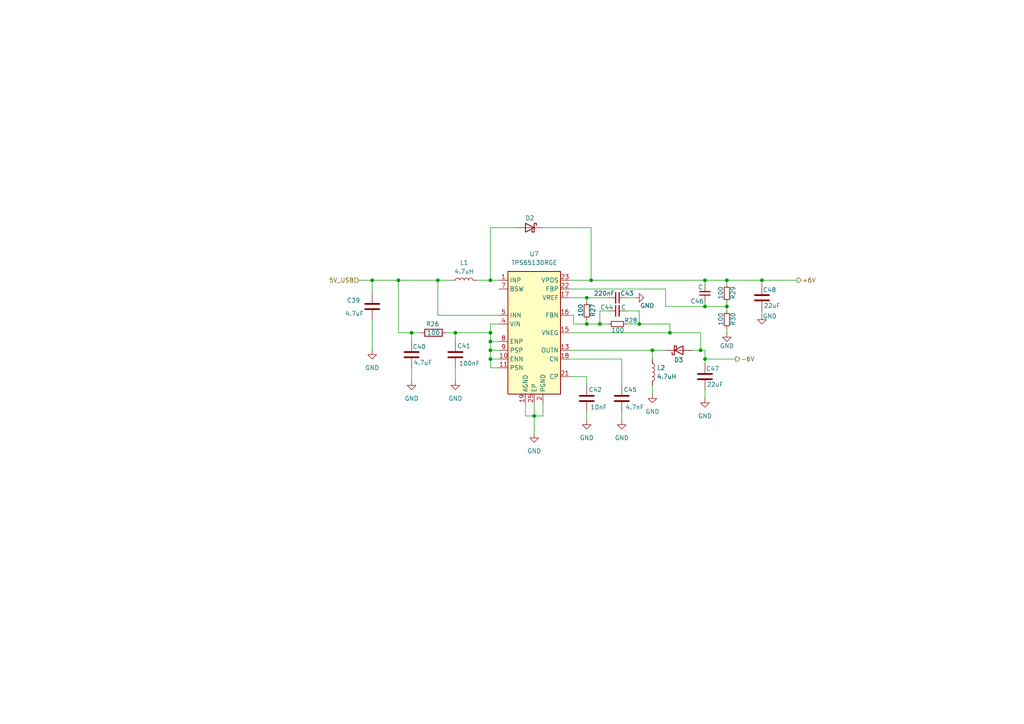
<source format=kicad_sch>
(kicad_sch (version 20231120) (generator "eeschema") (generator_version "8.0")
  (paper "A4")
  (lib_symbols
    (symbol "Device:C" (pin_numbers hide) (pin_names (offset 0.254))
      (property "Reference" "C" (at 0.635 2.54 0))
      (property "Value" "C" (at 0.635 -2.54 0))
      (symbol "C_0_1"
        (polyline (pts (xy -2.032 -0.762) (xy 2.032 -0.762)) (stroke (width 0.508)))
        (polyline (pts (xy -2.032 0.762) (xy 2.032 0.762)) (stroke (width 0.508)))
      )
      (symbol "C_1_1"
        (pin passive line (at 0 3.81 270) (length 2.794) (name "~") (number "1"))
        (pin passive line (at 0 -3.81 90) (length 2.794) (name "~") (number "2"))
      )
    )
    (symbol "Device:C_Small" (pin_numbers hide) (pin_names (offset 0.254) hide)
      (property "Reference" "C" (at 0.254 1.778 0))
      (property "Value" "C_Small" (at 0.254 -2.032 0))
      (symbol "C_Small_0_1"
        (polyline (pts (xy -1.524 -0.508) (xy 1.524 -0.508)) (stroke (width 0.3302)))
        (polyline (pts (xy -1.524 0.508) (xy 1.524 0.508)) (stroke (width 0.3048)))
      )
      (symbol "C_Small_1_1"
        (pin passive line (at 0 2.54 270) (length 2.032) (name "~") (number "1"))
        (pin passive line (at 0 -2.54 90) (length 2.032) (name "~") (number "2"))
      )
    )
    (symbol "Device:D_Schottky" (pin_numbers hide) (pin_names (offset 1.016) hide)
      (property "Reference" "D" (at 0 2.54 0))
      (property "Value" "D_Schottky" (at 0 -2.54 0))
      (symbol "D_Schottky_0_1"
        (polyline (pts (xy 1.27 0) (xy -1.27 0)))
        (polyline (pts (xy 1.27 1.27) (xy 1.27 -1.27) (xy -1.27 0) (xy 1.27 1.27)) (stroke (width 0.254)))
        (polyline (pts (xy -1.905 0.635) (xy -1.905 1.27) (xy -1.27 1.27) (xy -1.27 -1.27) (xy -0.635 -1.27) (xy -0.635 -0.635)) (stroke (width 0.254)))
      )
      (symbol "D_Schottky_1_1"
        (pin passive line (at -3.81 0 0) (length 2.54) (name "K") (number "1"))
        (pin passive line (at 3.81 0 180) (length 2.54) (name "A") (number "2"))
      )
    )
    (symbol "Device:L" (pin_numbers hide) (pin_names (offset 1.016) hide)
      (property "Reference" "L" (at -1.27 0 90))
      (property "Value" "L" (at 1.905 0 90))
      (symbol "L_0_1"
        (arc (start 0 -2.54) (mid 0.6323 -1.905) (end 0 -1.27))
        (arc (start 0 -1.27) (mid 0.6323 -0.635) (end 0 0))
        (arc (start 0 0) (mid 0.6323 0.635) (end 0 1.27))
        (arc (start 0 1.27) (mid 0.6323 1.905) (end 0 2.54))
      )
      (symbol "L_1_1"
        (pin passive line (at 0 3.81 270) (length 1.27) (name "1") (number "1"))
        (pin passive line (at 0 -3.81 90) (length 1.27) (name "2") (number "2"))
      )
    )
    (symbol "Device:R" (pin_numbers hide) (pin_names (offset 0))
      (property "Reference" "R" (at 2.032 0 90))
      (property "Value" "R" (at 0 0 90))
      (symbol "R_0_1"
        (rectangle (start -1.016 -2.54) (end 1.016 2.54) (stroke (width 0.254)))
      )
      (symbol "R_1_1"
        (pin passive line (at 0 3.81 270) (length 1.27) (name "~") (number "1"))
        (pin passive line (at 0 -3.81 90) (length 1.27) (name "~") (number "2"))
      )
    )
    (symbol "Device:R_Small" (pin_numbers hide) (pin_names (offset 0.254) hide)
      (property "Reference" "R" (at 0.762 0.508 0))
      (property "Value" "R_Small" (at 0.762 -1.016 0))
      (symbol "R_Small_0_1"
        (rectangle (start -0.762 1.778) (end 0.762 -1.778) (stroke (width 0.2032)))
      )
      (symbol "R_Small_1_1"
        (pin passive line (at 0 2.54 270) (length 0.762) (name "~") (number "1"))
        (pin passive line (at 0 -2.54 90) (length 0.762) (name "~") (number "2"))
      )
    )
    (symbol "Regulator_Switching:TPS65130RGE"
      (property "Reference" "U" (at -6.858 21.082 0))
      (property "Value" "TPS65130RGE" (at -1.016 19.05 0))
      (symbol "TPS65130RGE_0_1"
        (rectangle (start -7.62 17.78) (end 7.62 -17.78) (stroke (width 0.254)) (fill (type background)))
      )
      (symbol "TPS65130RGE_1_1"
        (pin input line (at -10.16 15.24 0) (length 2.54) (name "INP") (number "1"))
        (pin input line (at -10.16 -7.62 0) (length 2.54) (name "ENN") (number "10"))
        (pin input line (at -10.16 -10.16 0) (length 2.54) (name "PSN") (number "11"))
        (pin no_connect line (at -7.62 7.62 0) (length 2.54) hide (name "NC") (number "12"))
        (pin output line (at 10.16 -5.08 180) (length 2.54) (name "OUTN") (number "13"))
        (pin passive line (at 10.16 -5.08 180) (length 2.54) hide (name "OUTN") (number "14"))
        (pin input line (at 10.16 0 180) (length 2.54) (name "VNEG") (number "15"))
        (pin input line (at 10.16 5.08 180) (length 2.54) (name "FBN") (number "16"))
        (pin output line (at 10.16 10.16 180) (length 2.54) (name "VREF") (number "17"))
        (pin passive line (at 10.16 -7.62 180) (length 2.54) (name "CN") (number "18"))
        (pin power_in line (at -2.54 -20.32 90) (length 2.54) (name "AGND") (number "19"))
        (pin power_in line (at 2.54 -20.32 90) (length 2.54) (name "PGND") (number "2"))
        (pin no_connect line (at -7.62 10.16 0) (length 2.54) hide (name "NC") (number "20"))
        (pin passive line (at 10.16 -12.7 180) (length 2.54) (name "CP") (number "21"))
        (pin input line (at 10.16 12.7 180) (length 2.54) (name "FBP") (number "22"))
        (pin input line (at 10.16 15.24 180) (length 2.54) (name "VPOS") (number "23"))
        (pin input line (at -10.16 15.24 0) (length 2.54) hide (name "INP") (number "24"))
        (pin passive line (at 0 -20.32 90) (length 2.54) (name "EP") (number "25"))
        (pin passive line (at 2.54 -20.32 90) (length 2.54) hide (name "PGND") (number "3"))
        (pin power_in line (at -10.16 2.54 0) (length 2.54) (name "VIN") (number "4"))
        (pin input line (at -10.16 5.08 0) (length 2.54) (name "INN") (number "5"))
        (pin input line (at -10.16 5.08 0) (length 2.54) hide (name "INN") (number "6"))
        (pin output line (at -10.16 12.7 0) (length 2.54) (name "BSW") (number "7"))
        (pin input line (at -10.16 -2.54 0) (length 2.54) (name "ENP") (number "8"))
        (pin input line (at -10.16 -5.08 0) (length 2.54) (name "PSP") (number "9"))
      )
    )
    (symbol "power:GND" (power) (pin_numbers hide) (pin_names (offset 0) hide)
      (property "Value" "GND" (at 0 -3.81 0))
      (symbol "GND_0_1"
        (polyline (pts (xy 0 0) (xy 0 -1.27) (xy 1.27 -1.27) (xy 0 -2.54) (xy -1.27 -1.27) (xy 0 -1.27)))
      )
      (symbol "GND_1_1"
        (pin power_in line (at 0 0 270) (length 0) (name "~") (number "1"))
      )
    )
  )
  (junction (at 115.57 81.28))
  (junction (at 194.31 96.52))
  (junction (at 185.42 93.98))
  (junction (at 171.45 81.28))
  (junction (at 107.95 81.28))
  (junction (at 204.47 88.9))
  (junction (at 127 81.28))
  (junction (at 204.47 104.14))
  (junction (at 142.24 96.52))
  (junction (at 204.47 81.28))
  (junction (at 189.23 101.6))
  (junction (at 154.94 120.65))
  (junction (at 132.08 96.52))
  (junction (at 119.38 96.52))
  (junction (at 170.18 93.98))
  (junction (at 173.99 93.98))
  (junction (at 203.2 101.6))
  (junction (at 142.24 101.6))
  (junction (at 142.24 81.28))
  (junction (at 142.24 104.14))
  (junction (at 142.24 99.06))
  (junction (at 220.98 81.28))
  (junction (at 210.82 81.28))
  (junction (at 210.82 88.9))
  (junction (at 170.18 86.36))
  (wire (pts (xy 115.57 96.52) (xy 119.38 96.52)))
  (wire (pts (xy 210.82 87.63) (xy 210.82 88.9)))
  (wire (pts (xy 144.78 106.68) (xy 142.24 106.68)))
  (wire (pts (xy 170.18 86.36) (xy 170.18 87.63)))
  (wire (pts (xy 171.45 66.04) (xy 157.48 66.04)))
  (wire (pts (xy 142.24 101.6) (xy 142.24 99.06)))
  (wire (pts (xy 157.48 120.65) (xy 157.48 116.84)))
  (wire (pts (xy 154.94 116.84) (xy 154.94 120.65)))
  (wire (pts (xy 142.24 81.28) (xy 144.78 81.28)))
  (wire (pts (xy 180.34 121.92) (xy 180.34 119.38)))
  (wire (pts (xy 166.37 91.44) (xy 166.37 93.98)))
  (wire (pts (xy 127 91.44) (xy 127 81.28)))
  (wire (pts (xy 165.1 91.44) (xy 166.37 91.44)))
  (wire (pts (xy 203.2 101.6) (xy 204.47 101.6)))
  (wire (pts (xy 119.38 96.52) (xy 121.92 96.52)))
  (wire (pts (xy 204.47 81.28) (xy 210.82 81.28)))
  (wire (pts (xy 154.94 125.73) (xy 154.94 120.65)))
  (wire (pts (xy 210.82 88.9) (xy 204.47 88.9)))
  (wire (pts (xy 180.34 111.76) (xy 180.34 104.14)))
  (wire (pts (xy 142.24 104.14) (xy 142.24 101.6)))
  (wire (pts (xy 213.36 104.14) (xy 204.47 104.14)))
  (wire (pts (xy 144.78 93.98) (xy 142.24 93.98)))
  (wire (pts (xy 220.98 81.28) (xy 220.98 82.55)))
  (wire (pts (xy 204.47 115.57) (xy 204.47 113.03)))
  (wire (pts (xy 142.24 104.14) (xy 144.78 104.14)))
  (wire (pts (xy 189.23 114.3) (xy 189.23 111.76)))
  (wire (pts (xy 210.82 96.52) (xy 210.82 95.25)))
  (wire (pts (xy 170.18 93.98) (xy 170.18 92.71)))
  (wire (pts (xy 154.94 120.65) (xy 157.48 120.65)))
  (wire (pts (xy 165.1 86.36) (xy 170.18 86.36)))
  (wire (pts (xy 193.04 88.9) (xy 193.04 83.82)))
  (wire (pts (xy 142.24 99.06) (xy 142.24 96.52)))
  (wire (pts (xy 181.61 90.17) (xy 185.42 90.17)))
  (wire (pts (xy 152.4 116.84) (xy 152.4 120.65)))
  (wire (pts (xy 170.18 93.98) (xy 173.99 93.98)))
  (wire (pts (xy 142.24 101.6) (xy 144.78 101.6)))
  (wire (pts (xy 142.24 66.04) (xy 142.24 81.28)))
  (wire (pts (xy 200.66 101.6) (xy 203.2 101.6)))
  (wire (pts (xy 107.95 92.71) (xy 107.95 101.6)))
  (wire (pts (xy 189.23 101.6) (xy 193.04 101.6)))
  (wire (pts (xy 184.15 86.36) (xy 181.61 86.36)))
  (wire (pts (xy 138.43 81.28) (xy 142.24 81.28)))
  (wire (pts (xy 166.37 93.98) (xy 170.18 93.98)))
  (wire (pts (xy 132.08 96.52) (xy 129.54 96.52)))
  (wire (pts (xy 220.98 81.28) (xy 231.14 81.28)))
  (wire (pts (xy 142.24 99.06) (xy 144.78 99.06)))
  (wire (pts (xy 127 81.28) (xy 130.81 81.28)))
  (wire (pts (xy 194.31 93.98) (xy 194.31 96.52)))
  (wire (pts (xy 210.82 88.9) (xy 210.82 90.17)))
  (wire (pts (xy 165.1 109.22) (xy 170.18 109.22)))
  (wire (pts (xy 132.08 106.68) (xy 132.08 110.49)))
  (wire (pts (xy 152.4 120.65) (xy 154.94 120.65)))
  (wire (pts (xy 165.1 101.6) (xy 189.23 101.6)))
  (wire (pts (xy 107.95 81.28) (xy 107.95 85.09)))
  (wire (pts (xy 173.99 90.17) (xy 173.99 93.98)))
  (wire (pts (xy 181.61 93.98) (xy 185.42 93.98)))
  (wire (pts (xy 104.14 81.28) (xy 107.95 81.28)))
  (wire (pts (xy 204.47 81.28) (xy 204.47 82.55)))
  (wire (pts (xy 107.95 81.28) (xy 115.57 81.28)))
  (wire (pts (xy 204.47 101.6) (xy 204.47 104.14)))
  (wire (pts (xy 165.1 96.52) (xy 194.31 96.52)))
  (wire (pts (xy 185.42 93.98) (xy 194.31 93.98)))
  (wire (pts (xy 185.42 90.17) (xy 185.42 93.98)))
  (wire (pts (xy 171.45 81.28) (xy 171.45 66.04)))
  (wire (pts (xy 203.2 96.52) (xy 203.2 101.6)))
  (wire (pts (xy 132.08 96.52) (xy 142.24 96.52)))
  (wire (pts (xy 170.18 86.36) (xy 176.53 86.36)))
  (wire (pts (xy 119.38 106.68) (xy 119.38 110.49)))
  (wire (pts (xy 193.04 83.82) (xy 165.1 83.82)))
  (wire (pts (xy 132.08 99.06) (xy 132.08 96.52)))
  (wire (pts (xy 194.31 96.52) (xy 203.2 96.52)))
  (wire (pts (xy 142.24 96.52) (xy 142.24 93.98)))
  (wire (pts (xy 220.98 91.44) (xy 220.98 90.17)))
  (wire (pts (xy 170.18 121.92) (xy 170.18 119.38)))
  (wire (pts (xy 204.47 88.9) (xy 193.04 88.9)))
  (wire (pts (xy 142.24 106.68) (xy 142.24 104.14)))
  (wire (pts (xy 173.99 93.98) (xy 176.53 93.98)))
  (wire (pts (xy 210.82 81.28) (xy 220.98 81.28)))
  (wire (pts (xy 204.47 87.63) (xy 204.47 88.9)))
  (wire (pts (xy 115.57 81.28) (xy 127 81.28)))
  (wire (pts (xy 115.57 81.28) (xy 115.57 96.52)))
  (wire (pts (xy 180.34 104.14) (xy 165.1 104.14)))
  (wire (pts (xy 171.45 81.28) (xy 204.47 81.28)))
  (wire (pts (xy 170.18 109.22) (xy 170.18 111.76)))
  (wire (pts (xy 149.86 66.04) (xy 142.24 66.04)))
  (wire (pts (xy 204.47 104.14) (xy 204.47 105.41)))
  (wire (pts (xy 119.38 99.06) (xy 119.38 96.52)))
  (wire (pts (xy 127 91.44) (xy 144.78 91.44)))
  (wire (pts (xy 165.1 81.28) (xy 171.45 81.28)))
  (wire (pts (xy 210.82 81.28) (xy 210.82 82.55)))
  (wire (pts (xy 189.23 101.6) (xy 189.23 104.14)))
  (wire (pts (xy 173.99 90.17) (xy 176.53 90.17)))
  (hierarchical_label "-6V" (shape output) (at 213.36 104.14 0))
  (hierarchical_label "5V_USB" (shape input) (at 104.14 81.28 180))
  (hierarchical_label "+6V" (shape output) (at 231.14 81.28 0))
  (symbol (lib_id "Device:C_Small") (at 204.47 85.09 180) (unit 1)
    (property "Reference" "C46" (at 202.184 87.376 0))
    (property "Value" "C" (at 203.2 83.312 0))
    (property "Footprint" "Capacitor_SMD:C_0402_1005Metric_Pad0.74x0.62mm_HandSolder" (effects (hide yes)))
    (property "Description" "Unpolarized capacitor, small symbol" (effects (hide yes)))
  )
  (symbol (lib_id "Device:R_Small") (at 170.18 90.17 0) (unit 1)
    (property "Reference" "R27" (at 171.958 91.948 90) (effects (justify left)))
    (property "Value" "100" (at 168.402 91.948 90) (effects (justify left)))
    (property "Footprint" "Resistor_SMD:R_0402_1005Metric_Pad0.72x0.64mm_HandSolder" (effects (hide yes)))
    (property "Description" "Resistor, small symbol" (effects (hide yes)))
  )
  (symbol (lib_id "Device:D_Schottky") (at 196.85 101.6 0) (mirror x) (unit 1)
    (property "Reference" "D3" (at 196.85 104.394 0))
    (property "Value" "D_Schottky" (effects (hide yes)))
    (property "Footprint" "Diode_SMD:D_Powermite2_AK" (effects (hide yes)))
    (property "Description" "Schottky diode" (effects (hide yes)))
    (property "mouser" "https://www.mouser.fr/ProductDetail/onsemi/MBRM120LT3G?qs=3JMERSakebqF0u2DLNtspg%3D%3D" (effects (hide yes)))
  )
  (symbol (lib_id "power:GND") (at 170.18 121.92 0) (unit 1)
    (property "Reference" "#PWR034" (effects (hide yes)))
    (property "Value" "GND" (at 170.18 127 0))
    (property "Description" "Power symbol creates a global label with name \"GND\" , ground" (effects (hide yes)))
  )
  (symbol (lib_id "Device:R_Small") (at 210.82 92.71 0) (unit 1)
    (property "Reference" "R30" (at 212.598 94.488 90) (effects (justify left)))
    (property "Value" "100" (at 209.042 94.488 90) (effects (justify left)))
    (property "Footprint" "Resistor_SMD:R_0402_1005Metric_Pad0.72x0.64mm_HandSolder" (effects (hide yes)))
    (property "Description" "Resistor, small symbol" (effects (hide yes)))
  )
  (symbol (lib_id "Device:L") (at 134.62 81.28 90) (unit 1)
    (property "Reference" "L1" (at 134.62 76.2 90))
    (property "Value" "4.7uH" (at 134.62 78.74 90))
    (property "Footprint" "Inductor_SMD:L_7.3x7.3_H3.5" (effects (hide yes)))
    (property "Description" "Inductor" (effects (hide yes)))
    (property "mouser" "https://eu.mouser.com/ProductDetail/Wurth-Elektronik/7447789004?qs=E%2F%2FhvbtCqpM%252BzhhZNuF4OQ%3D%3D" (effects (hide yes)))
  )
  (symbol (lib_id "Device:C") (at 132.08 102.87 0) (unit 1)
    (property "Reference" "C41" (at 132.588 100.33 0) (effects (justify left)))
    (property "Value" "100nF" (at 133.096 105.41 0) (effects (justify left)))
    (property "Footprint" "Capacitor_SMD:C_0402_1005Metric_Pad0.74x0.62mm_HandSolder" (effects (hide yes)))
    (property "Description" "Unpolarized capacitor" (effects (hide yes)))
  )
  (symbol (lib_id "Device:R_Small") (at 210.82 85.09 0) (unit 1)
    (property "Reference" "R29" (at 212.598 86.868 90) (effects (justify left)))
    (property "Value" "100" (at 209.042 86.868 90) (effects (justify left)))
    (property "Footprint" "Resistor_SMD:R_0402_1005Metric_Pad0.72x0.64mm_HandSolder" (effects (hide yes)))
    (property "Description" "Resistor, small symbol" (effects (hide yes)))
  )
  (symbol (lib_id "power:GND") (at 132.08 110.49 0) (unit 1)
    (property "Reference" "#PWR032" (effects (hide yes)))
    (property "Value" "GND" (at 132.08 115.57 0))
    (property "Description" "Power symbol creates a global label with name \"GND\" , ground" (effects (hide yes)))
  )
  (symbol (lib_id "Device:C_Small") (at 179.07 86.36 270) (unit 1)
    (property "Reference" "C43" (at 181.864 85.09 90))
    (property "Value" "220nF" (at 175.26 85.09 90))
    (property "Footprint" "Capacitor_SMD:C_0402_1005Metric_Pad0.74x0.62mm_HandSolder" (effects (hide yes)))
    (property "Description" "Unpolarized capacitor, small symbol" (effects (hide yes)))
  )
  (symbol (lib_id "power:GND") (at 210.82 96.52 0) (unit 1)
    (property "Reference" "#PWR039" (effects (hide yes)))
    (property "Value" "GND" (at 210.82 100.33 0))
    (property "Description" "Power symbol creates a global label with name \"GND\" , ground" (effects (hide yes)))
  )
  (symbol (lib_id "Device:C") (at 107.95 88.9 0) (unit 1)
    (property "Reference" "C39" (at 100.584 87.122 0) (effects (justify left)))
    (property "Value" "4.7uF" (at 100.076 90.932 0) (effects (justify left)))
    (property "Footprint" "Capacitor_SMD:C_1206_3216Metric_Pad1.33x1.80mm_HandSolder" (effects (hide yes)))
    (property "Description" "Unpolarized capacitor" (effects (hide yes)))
  )
  (symbol (lib_id "power:GND") (at 119.38 110.49 0) (unit 1)
    (property "Reference" "#PWR023" (effects (hide yes)))
    (property "Value" "GND" (at 119.38 115.57 0))
    (property "Description" "Power symbol creates a global label with name \"GND\" , ground" (effects (hide yes)))
  )
  (symbol (lib_id "power:GND") (at 154.94 125.73 0) (unit 1)
    (property "Reference" "#PWR033" (effects (hide yes)))
    (property "Value" "GND" (at 154.94 130.81 0))
    (property "Description" "Power symbol creates a global label with name \"GND\" , ground" (effects (hide yes)))
  )
  (symbol (lib_id "power:GND") (at 107.95 101.6 0) (unit 1)
    (property "Reference" "#PWR022" (effects (hide yes)))
    (property "Value" "GND" (at 107.95 106.68 0))
    (property "Description" "Power symbol creates a global label with name \"GND\" , ground" (effects (hide yes)))
  )
  (symbol (lib_id "Device:L") (at 189.23 107.95 0) (unit 1)
    (property "Reference" "L2" (at 190.5 106.6799 0) (effects (justify left)))
    (property "Value" "4.7uH" (at 190.5 109.2199 0) (effects (justify left)))
    (property "Footprint" "Inductor_SMD:L_7.3x7.3_H3.5" (effects (hide yes)))
    (property "Description" "Inductor" (effects (hide yes)))
    (property "mouser" "mouser https://eu.mouser.com/ProductDetail/Wurth-Elektronik/7447789004?qs=E%2F%2FhvbtCqpM%252BzhhZNuF4OQ%3D%3D 0 0 Center Center 0 0  " (effects (hide yes)))
  )
  (symbol (lib_id "Device:D_Schottky") (at 153.67 66.04 0) (mirror y) (unit 1)
    (property "Reference" "D2" (at 153.67 63.246 0))
    (property "Value" "D_Schottky" (effects (hide yes)))
    (property "Footprint" "Diode_SMD:D_Powermite2_AK" (effects (hide yes)))
    (property "Description" "Schottky diode" (effects (hide yes)))
    (property "mouser" "https://www.mouser.fr/ProductDetail/onsemi/MBRM120LT3G?qs=3JMERSakebqF0u2DLNtspg%3D%3D" (effects (hide yes)))
  )
  (symbol (lib_id "power:GND") (at 220.98 91.44 0) (unit 1)
    (property "Reference" "#PWR076" (effects (hide yes)))
    (property "Value" "GND" (at 223.266 91.694 0))
    (property "Description" "Power symbol creates a global label with name \"GND\" , ground" (effects (hide yes)))
  )
  (symbol (lib_id "power:GND") (at 189.23 114.3 0) (unit 1)
    (property "Reference" "#PWR037" (effects (hide yes)))
    (property "Value" "GND" (at 189.23 119.38 0))
    (property "Description" "Power symbol creates a global label with name \"GND\" , ground" (effects (hide yes)))
  )
  (symbol (lib_id "Device:R") (at 125.73 96.52 90) (unit 1)
    (property "Reference" "R26" (at 125.476 93.98 90))
    (property "Value" "100" (at 125.73 96.52 90))
    (property "Footprint" "Resistor_SMD:R_0402_1005Metric_Pad0.72x0.64mm_HandSolder" (effects (hide yes)))
    (property "Description" "Resistor" (effects (hide yes)))
  )
  (symbol (lib_id "Device:C") (at 119.38 102.87 0) (unit 1)
    (property "Reference" "C40" (at 119.634 100.584 0) (effects (justify left)))
    (property "Value" "4.7uF" (at 119.888 105.156 0) (effects (justify left)))
    (property "Footprint" "Capacitor_SMD:C_1206_3216Metric_Pad1.33x1.80mm_HandSolder" (effects (hide yes)))
    (property "Description" "Unpolarized capacitor" (effects (hide yes)))
  )
  (symbol (lib_id "Device:C") (at 204.47 109.22 0) (unit 1)
    (property "Reference" "C47" (at 204.724 106.934 0) (effects (justify left)))
    (property "Value" "22uF" (at 204.978 111.506 0) (effects (justify left)))
    (property "Footprint" "Capacitor_SMD:C_1206_3216Metric_Pad1.33x1.80mm_HandSolder" (effects (hide yes)))
    (property "Description" "Unpolarized capacitor" (effects (hide yes)))
  )
  (symbol (lib_id "Device:C_Small") (at 179.07 90.17 90) (unit 1)
    (property "Reference" "C44" (at 176.022 89.154 90))
    (property "Value" "C" (at 180.848 89.154 90))
    (property "Footprint" "Capacitor_SMD:C_0402_1005Metric_Pad0.74x0.62mm_HandSolder" (effects (hide yes)))
    (property "Description" "Unpolarized capacitor, small symbol" (effects (hide yes)))
  )
  (symbol (lib_id "power:GND") (at 204.47 115.57 0) (unit 1)
    (property "Reference" "#PWR038" (effects (hide yes)))
    (property "Value" "GND" (at 204.47 120.65 0))
    (property "Description" "Power symbol creates a global label with name \"GND\" , ground" (effects (hide yes)))
  )
  (symbol (lib_id "Device:R_Small") (at 179.07 93.98 90) (unit 1)
    (property "Reference" "R28" (at 184.912 92.964 90) (effects (justify left)))
    (property "Value" "100" (at 181.102 95.758 90) (effects (justify left)))
    (property "Footprint" "Resistor_SMD:R_0402_1005Metric_Pad0.72x0.64mm_HandSolder" (effects (hide yes)))
    (property "Description" "Resistor, small symbol" (effects (hide yes)))
  )
  (symbol (lib_id "Device:C") (at 180.34 115.57 0) (unit 1)
    (property "Reference" "C45" (at 180.848 113.03 0) (effects (justify left)))
    (property "Value" "4.7nF" (at 181.356 118.11 0) (effects (justify left)))
    (property "Footprint" "Capacitor_SMD:C_0402_1005Metric_Pad0.74x0.62mm_HandSolder" (effects (hide yes)))
    (property "Description" "Unpolarized capacitor" (effects (hide yes)))
  )
  (symbol (lib_id "power:GND") (at 180.34 121.92 0) (unit 1)
    (property "Reference" "#PWR035" (effects (hide yes)))
    (property "Value" "GND" (at 180.34 127 0))
    (property "Description" "Power symbol creates a global label with name \"GND\" , ground" (effects (hide yes)))
  )
  (symbol (lib_id "power:GND") (at 184.15 86.36 90) (unit 1)
    (property "Reference" "#PWR036" (effects (hide yes)))
    (property "Value" "GND" (at 185.674 88.646 90) (effects (justify right)))
    (property "Description" "Power symbol creates a global label with name \"GND\" , ground" (effects (hide yes)))
  )
  (symbol (lib_id "Regulator_Switching:TPS65130RGE") (at 154.94 96.52 0) (unit 1)
    (property "Reference" "U7" (at 154.94 73.66 0))
    (property "Value" "TPS65130RGE" (at 154.94 76.2 0))
    (property "Footprint" "Package_DFN_QFN:VQFN-24-1EP_4x4mm_P0.5mm_EP2.45x2.45mm_ThermalVias" (effects (hide yes)))
    (property "Datasheet" "http://www.ti.com/lit/ds/symlink/tps65130.pdf" (effects (hide yes)))
    (property "Description" "Split-Rail Converter with Dual, Positive and Negative Outputs (300mA typ, Switch Current Limit 800mA typ), 2.7-5.5V, VQFN-24" (effects (hide yes)))
  )
  (symbol (lib_id "Device:C") (at 170.18 115.57 0) (unit 1)
    (property "Reference" "C42" (at 170.688 113.03 0) (effects (justify left)))
    (property "Value" "10nF" (at 171.196 118.11 0) (effects (justify left)))
    (property "Footprint" "Capacitor_SMD:C_0402_1005Metric_Pad0.74x0.62mm_HandSolder" (effects (hide yes)))
    (property "Description" "Unpolarized capacitor" (effects (hide yes)))
  )
  (symbol (lib_id "Device:C") (at 220.98 86.36 0) (unit 1)
    (property "Reference" "C48" (at 221.234 84.074 0) (effects (justify left)))
    (property "Value" "22uF" (at 221.488 88.646 0) (effects (justify left)))
    (property "Footprint" "Capacitor_SMD:C_1206_3216Metric_Pad1.33x1.80mm_HandSolder" (effects (hide yes)))
    (property "Description" "Unpolarized capacitor" (effects (hide yes)))
  )
)
</source>
